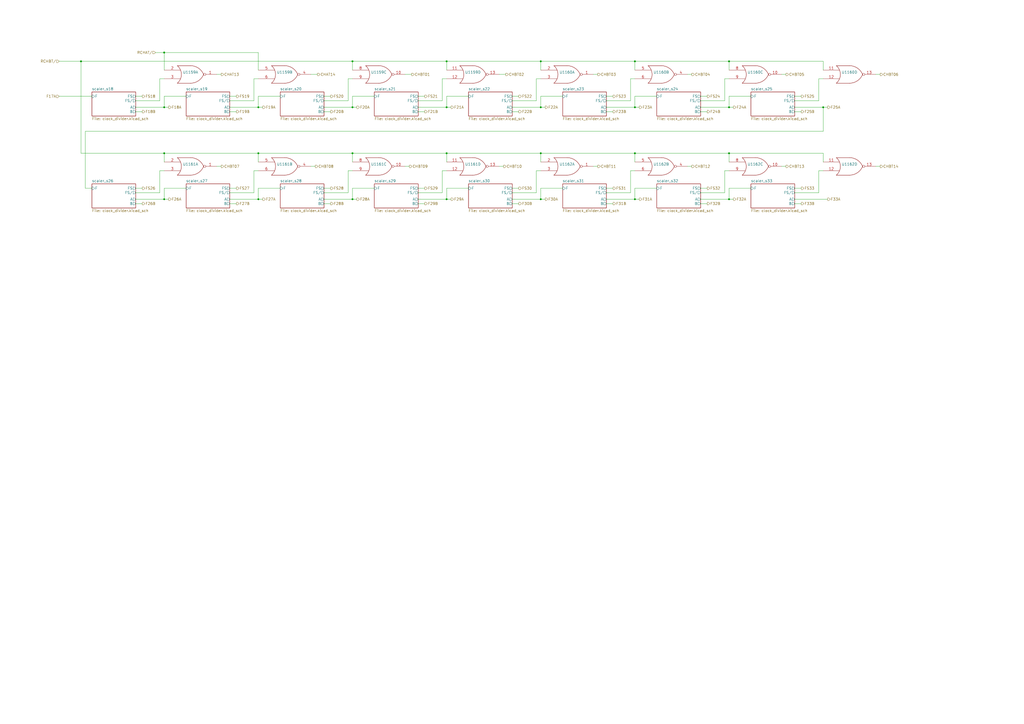
<source format=kicad_sch>
(kicad_sch (version 20211123) (generator eeschema)
  (paper "A2")
  (lib_symbols
    (symbol "agc_kicad_components:74HC02" (pin_names (offset 0.762))
      (property "Reference" "U" (at 0 1.27 0))
      (symbol "74HC02_1_1"
        (arc (start -7.62 -5.08) (mid -5.2708 0) (end -7.62 5.08) (stroke (width 0.2032)))
        (arc (start 0 -5.08) (mid 4.5812 -3.6906) (end 7.62 0) (stroke (width 0.2032)))
        (polyline (pts (xy -7.62 -5.08) (xy 0 -5.08)) (stroke (width 0.2032)))
        (polyline (pts (xy -7.62 5.08) (xy 0 5.08)) (stroke (width 0.2032)))
        (arc (start 7.62 0) (mid 4.5727 3.6819) (end 0 5.08) (stroke (width 0.2032)))
        (pin output inverted (at 15.24 0 180) (length 7.62) (name "~") (number "1"))
        (pin input line (at -15.24 2.54 0) (length 9.398) (name "~") (number "2"))
        (pin input line (at -15.24 -2.54 0) (length 9.398) (name "~") (number "3"))
      )
      (symbol "74HC02_2_1"
        (arc (start -7.62 -5.08) (mid -5.2708 0) (end -7.62 5.08) (stroke (width 0.2032)))
        (arc (start 0 -5.08) (mid 4.5812 -3.6906) (end 7.62 0) (stroke (width 0.2032)))
        (polyline (pts (xy -7.62 -5.08) (xy 0 -5.08)) (stroke (width 0.2032)))
        (polyline (pts (xy -7.62 5.08) (xy 0 5.08)) (stroke (width 0.2032)))
        (arc (start 7.62 0) (mid 4.5727 3.6819) (end 0 5.08) (stroke (width 0.2032)))
        (pin output inverted (at 15.24 0 180) (length 7.62) (name "~") (number "4"))
        (pin input line (at -15.24 2.54 0) (length 9.398) (name "~") (number "5"))
        (pin input line (at -15.24 -2.54 0) (length 9.398) (name "~") (number "6"))
      )
      (symbol "74HC02_3_1"
        (arc (start -7.62 -5.08) (mid -5.2708 0) (end -7.62 5.08) (stroke (width 0.2032)))
        (arc (start 0 -5.08) (mid 4.5812 -3.6906) (end 7.62 0) (stroke (width 0.2032)))
        (polyline (pts (xy -7.62 -5.08) (xy 0 -5.08)) (stroke (width 0.2032)))
        (polyline (pts (xy -7.62 5.08) (xy 0 5.08)) (stroke (width 0.2032)))
        (arc (start 7.62 0) (mid 4.5727 3.6819) (end 0 5.08) (stroke (width 0.2032)))
        (pin output inverted (at 15.24 0 180) (length 7.62) (name "~") (number "10"))
        (pin input line (at -15.24 2.54 0) (length 9.398) (name "~") (number "8"))
        (pin input line (at -15.24 -2.54 0) (length 9.398) (name "~") (number "9"))
      )
      (symbol "74HC02_4_1"
        (arc (start -7.62 -5.08) (mid -5.2708 0) (end -7.62 5.08) (stroke (width 0.2032)))
        (arc (start 0 -5.08) (mid 4.5812 -3.6906) (end 7.62 0) (stroke (width 0.2032)))
        (polyline (pts (xy -7.62 -5.08) (xy 0 -5.08)) (stroke (width 0.2032)))
        (polyline (pts (xy -7.62 5.08) (xy 0 5.08)) (stroke (width 0.2032)))
        (arc (start 7.62 0) (mid 4.5727 3.6819) (end 0 5.08) (stroke (width 0.2032)))
        (pin input line (at -15.24 2.54 0) (length 9.398) (name "~") (number "11"))
        (pin input line (at -15.24 -2.54 0) (length 9.398) (name "~") (number "12"))
        (pin output inverted (at 15.24 0 180) (length 7.62) (name "~") (number "13"))
      )
      (symbol "74HC02_5_0"
        (text "GND" (at 2.54 -3.81 0) (effects (font (size 0.9906 0.9906))))
        (text "VCC" (at 2.54 3.81 0) (effects (font (size 0.9906 0.9906))))
      )
      (symbol "74HC02_5_1"
        (rectangle (start -5.08 2.54) (end 5.08 -2.54))
        (pin power_in line (at 0 6.35 270) (length 3.81) (name "VCC") (number "14"))
        (pin power_in line (at 0 -6.35 90) (length 3.81) (name "GND") (number "7"))
      )
    )
  )
  (junction (at 204.47 35.56))
  (junction (at 368.3 115.57))
  (junction (at 95.25 30.48))
  (junction (at 149.86 88.9))
  (junction (at 313.69 62.23))
  (junction (at 313.69 88.9))
  (junction (at 422.91 35.56))
  (junction (at 368.3 35.56))
  (junction (at 95.25 115.57))
  (junction (at 95.25 62.23))
  (junction (at 422.91 88.9))
  (junction (at 313.69 35.56))
  (junction (at 46.99 35.56))
  (junction (at 259.08 62.23))
  (junction (at 149.86 62.23))
  (junction (at 368.3 88.9))
  (junction (at 259.08 88.9))
  (junction (at 204.47 62.23))
  (junction (at 204.47 115.57))
  (junction (at 477.52 62.23))
  (junction (at 204.47 88.9))
  (junction (at 149.86 115.57))
  (junction (at 259.08 115.57))
  (junction (at 422.91 62.23))
  (junction (at 368.3 62.23))
  (junction (at 422.91 115.57))
  (junction (at 95.25 88.9))
  (junction (at 313.69 115.57))
  (junction (at 259.08 35.56))
  (wire (pts (xy 204.47 62.23) (xy 207.01 62.23)))
  (wire (pts (xy 49.53 76.2) (xy 49.53 109.22)))
  (wire (pts (xy 398.78 96.52) (xy 401.32 96.52)))
  (wire (pts (xy 259.08 62.23) (xy 261.62 62.23)))
  (wire (pts (xy 133.35 55.88) (xy 137.16 55.88)))
  (wire (pts (xy 474.98 58.42) (xy 474.98 45.72)))
  (wire (pts (xy 242.57 58.42) (xy 256.54 58.42)))
  (wire (pts (xy 351.79 55.88) (xy 355.6 55.88)))
  (wire (pts (xy 461.01 118.11) (xy 464.82 118.11)))
  (wire (pts (xy 125.73 43.18) (xy 128.27 43.18)))
  (wire (pts (xy 187.96 115.57) (xy 204.47 115.57)))
  (wire (pts (xy 204.47 109.22) (xy 217.17 109.22)))
  (wire (pts (xy 147.32 58.42) (xy 147.32 45.72)))
  (wire (pts (xy 477.52 88.9) (xy 477.52 93.98)))
  (wire (pts (xy 204.47 115.57) (xy 207.01 115.57)))
  (wire (pts (xy 422.91 62.23) (xy 425.45 62.23)))
  (wire (pts (xy 78.74 55.88) (xy 82.55 55.88)))
  (wire (pts (xy 180.34 43.18) (xy 184.15 43.18)))
  (wire (pts (xy 187.96 55.88) (xy 191.77 55.88)))
  (wire (pts (xy 398.78 43.18) (xy 401.32 43.18)))
  (wire (pts (xy 313.69 35.56) (xy 368.3 35.56)))
  (wire (pts (xy 297.18 115.57) (xy 313.69 115.57)))
  (wire (pts (xy 204.47 88.9) (xy 259.08 88.9)))
  (wire (pts (xy 368.3 35.56) (xy 422.91 35.56)))
  (wire (pts (xy 259.08 62.23) (xy 259.08 55.88)))
  (wire (pts (xy 368.3 115.57) (xy 368.3 109.22)))
  (wire (pts (xy 125.73 96.52) (xy 128.27 96.52)))
  (wire (pts (xy 242.57 111.76) (xy 256.54 111.76)))
  (wire (pts (xy 461.01 109.22) (xy 464.82 109.22)))
  (wire (pts (xy 406.4 62.23) (xy 422.91 62.23)))
  (wire (pts (xy 182.88 96.52) (xy 180.34 96.52)))
  (wire (pts (xy 92.71 99.06) (xy 95.25 99.06)))
  (wire (pts (xy 477.52 62.23) (xy 477.52 76.2)))
  (wire (pts (xy 204.47 62.23) (xy 204.47 55.88)))
  (wire (pts (xy 351.79 111.76) (xy 365.76 111.76)))
  (wire (pts (xy 406.4 109.22) (xy 410.21 109.22)))
  (wire (pts (xy 461.01 64.77) (xy 464.82 64.77)))
  (wire (pts (xy 204.47 40.64) (xy 204.47 35.56)))
  (wire (pts (xy 351.79 58.42) (xy 365.76 58.42)))
  (wire (pts (xy 297.18 111.76) (xy 311.15 111.76)))
  (wire (pts (xy 133.35 58.42) (xy 147.32 58.42)))
  (wire (pts (xy 259.08 35.56) (xy 313.69 35.56)))
  (wire (pts (xy 34.29 55.88) (xy 53.34 55.88)))
  (wire (pts (xy 259.08 40.64) (xy 259.08 35.56)))
  (wire (pts (xy 508 96.52) (xy 510.54 96.52)))
  (wire (pts (xy 368.3 62.23) (xy 368.3 55.88)))
  (wire (pts (xy 406.4 115.57) (xy 422.91 115.57)))
  (wire (pts (xy 95.25 115.57) (xy 95.25 109.22)))
  (wire (pts (xy 474.98 111.76) (xy 474.98 99.06)))
  (wire (pts (xy 406.4 58.42) (xy 420.37 58.42)))
  (wire (pts (xy 78.74 115.57) (xy 95.25 115.57)))
  (wire (pts (xy 234.95 96.52) (xy 237.49 96.52)))
  (wire (pts (xy 147.32 99.06) (xy 149.86 99.06)))
  (wire (pts (xy 242.57 115.57) (xy 259.08 115.57)))
  (wire (pts (xy 149.86 109.22) (xy 162.56 109.22)))
  (wire (pts (xy 461.01 58.42) (xy 474.98 58.42)))
  (wire (pts (xy 406.4 118.11) (xy 410.21 118.11)))
  (wire (pts (xy 234.95 43.18) (xy 238.76 43.18)))
  (wire (pts (xy 297.18 64.77) (xy 300.99 64.77)))
  (wire (pts (xy 149.86 55.88) (xy 162.56 55.88)))
  (wire (pts (xy 187.96 64.77) (xy 191.77 64.77)))
  (wire (pts (xy 344.17 43.18) (xy 346.71 43.18)))
  (wire (pts (xy 368.3 62.23) (xy 370.84 62.23)))
  (wire (pts (xy 204.47 35.56) (xy 259.08 35.56)))
  (wire (pts (xy 474.98 99.06) (xy 477.52 99.06)))
  (wire (pts (xy 149.86 115.57) (xy 149.86 109.22)))
  (wire (pts (xy 78.74 64.77) (xy 82.55 64.77)))
  (wire (pts (xy 313.69 62.23) (xy 316.23 62.23)))
  (wire (pts (xy 133.35 109.22) (xy 137.16 109.22)))
  (wire (pts (xy 78.74 109.22) (xy 82.55 109.22)))
  (wire (pts (xy 422.91 35.56) (xy 477.52 35.56)))
  (wire (pts (xy 313.69 62.23) (xy 313.69 55.88)))
  (wire (pts (xy 365.76 99.06) (xy 368.3 99.06)))
  (wire (pts (xy 313.69 115.57) (xy 316.23 115.57)))
  (wire (pts (xy 256.54 111.76) (xy 256.54 99.06)))
  (wire (pts (xy 259.08 55.88) (xy 271.78 55.88)))
  (wire (pts (xy 477.52 62.23) (xy 480.06 62.23)))
  (wire (pts (xy 313.69 35.56) (xy 313.69 40.64)))
  (wire (pts (xy 422.91 55.88) (xy 435.61 55.88)))
  (wire (pts (xy 461.01 62.23) (xy 477.52 62.23)))
  (wire (pts (xy 368.3 109.22) (xy 381 109.22)))
  (wire (pts (xy 477.52 35.56) (xy 477.52 40.64)))
  (wire (pts (xy 259.08 115.57) (xy 261.62 115.57)))
  (wire (pts (xy 453.39 43.18) (xy 455.93 43.18)))
  (wire (pts (xy 406.4 55.88) (xy 410.21 55.88)))
  (wire (pts (xy 368.3 88.9) (xy 368.3 93.98)))
  (wire (pts (xy 474.98 45.72) (xy 477.52 45.72)))
  (wire (pts (xy 510.54 43.18) (xy 508 43.18)))
  (wire (pts (xy 297.18 58.42) (xy 311.15 58.42)))
  (wire (pts (xy 259.08 115.57) (xy 259.08 109.22)))
  (wire (pts (xy 368.3 115.57) (xy 370.84 115.57)))
  (wire (pts (xy 204.47 55.88) (xy 217.17 55.88)))
  (wire (pts (xy 92.71 111.76) (xy 92.71 99.06)))
  (wire (pts (xy 204.47 115.57) (xy 204.47 109.22)))
  (wire (pts (xy 133.35 115.57) (xy 149.86 115.57)))
  (wire (pts (xy 34.29 35.56) (xy 46.99 35.56)))
  (wire (pts (xy 351.79 109.22) (xy 355.6 109.22)))
  (wire (pts (xy 201.93 111.76) (xy 201.93 99.06)))
  (wire (pts (xy 78.74 111.76) (xy 92.71 111.76)))
  (wire (pts (xy 420.37 58.42) (xy 420.37 45.72)))
  (wire (pts (xy 422.91 35.56) (xy 422.91 40.64)))
  (wire (pts (xy 313.69 88.9) (xy 368.3 88.9)))
  (wire (pts (xy 422.91 88.9) (xy 477.52 88.9)))
  (wire (pts (xy 242.57 55.88) (xy 246.38 55.88)))
  (wire (pts (xy 242.57 118.11) (xy 246.38 118.11)))
  (wire (pts (xy 461.01 115.57) (xy 480.06 115.57)))
  (wire (pts (xy 95.25 115.57) (xy 97.79 115.57)))
  (wire (pts (xy 95.25 88.9) (xy 95.25 93.98)))
  (wire (pts (xy 420.37 45.72) (xy 422.91 45.72)))
  (wire (pts (xy 297.18 62.23) (xy 313.69 62.23)))
  (wire (pts (xy 351.79 64.77) (xy 355.6 64.77)))
  (wire (pts (xy 242.57 64.77) (xy 246.38 64.77)))
  (wire (pts (xy 133.35 64.77) (xy 137.16 64.77)))
  (wire (pts (xy 46.99 35.56) (xy 204.47 35.56)))
  (wire (pts (xy 95.25 109.22) (xy 107.95 109.22)))
  (wire (pts (xy 256.54 58.42) (xy 256.54 45.72)))
  (wire (pts (xy 422.91 109.22) (xy 435.61 109.22)))
  (wire (pts (xy 187.96 62.23) (xy 204.47 62.23)))
  (wire (pts (xy 311.15 111.76) (xy 311.15 99.06)))
  (wire (pts (xy 149.86 62.23) (xy 152.4 62.23)))
  (wire (pts (xy 422.91 115.57) (xy 425.45 115.57)))
  (wire (pts (xy 313.69 109.22) (xy 326.39 109.22)))
  (wire (pts (xy 259.08 109.22) (xy 271.78 109.22)))
  (wire (pts (xy 201.93 58.42) (xy 201.93 45.72)))
  (wire (pts (xy 311.15 45.72) (xy 313.69 45.72)))
  (wire (pts (xy 368.3 35.56) (xy 368.3 40.64)))
  (wire (pts (xy 78.74 58.42) (xy 92.71 58.42)))
  (wire (pts (xy 344.17 96.52) (xy 346.71 96.52)))
  (wire (pts (xy 201.93 99.06) (xy 204.47 99.06)))
  (wire (pts (xy 149.86 30.48) (xy 149.86 40.64)))
  (wire (pts (xy 422.91 88.9) (xy 422.91 93.98)))
  (wire (pts (xy 78.74 62.23) (xy 95.25 62.23)))
  (wire (pts (xy 149.86 88.9) (xy 149.86 93.98)))
  (wire (pts (xy 259.08 88.9) (xy 313.69 88.9)))
  (wire (pts (xy 313.69 55.88) (xy 326.39 55.88)))
  (wire (pts (xy 187.96 109.22) (xy 191.77 109.22)))
  (wire (pts (xy 147.32 45.72) (xy 149.86 45.72)))
  (wire (pts (xy 242.57 109.22) (xy 246.38 109.22)))
  (wire (pts (xy 92.71 58.42) (xy 92.71 45.72)))
  (wire (pts (xy 201.93 45.72) (xy 204.47 45.72)))
  (wire (pts (xy 242.57 62.23) (xy 259.08 62.23)))
  (wire (pts (xy 133.35 118.11) (xy 137.16 118.11)))
  (wire (pts (xy 289.56 43.18) (xy 293.37 43.18)))
  (wire (pts (xy 78.74 118.11) (xy 82.55 118.11)))
  (wire (pts (xy 147.32 111.76) (xy 147.32 99.06)))
  (wire (pts (xy 368.3 55.88) (xy 381 55.88)))
  (wire (pts (xy 256.54 99.06) (xy 259.08 99.06)))
  (wire (pts (xy 420.37 111.76) (xy 420.37 99.06)))
  (wire (pts (xy 95.25 55.88) (xy 107.95 55.88)))
  (wire (pts (xy 365.76 111.76) (xy 365.76 99.06)))
  (wire (pts (xy 368.3 88.9) (xy 422.91 88.9)))
  (wire (pts (xy 95.25 30.48) (xy 149.86 30.48)))
  (wire (pts (xy 406.4 64.77) (xy 410.21 64.77)))
  (wire (pts (xy 204.47 88.9) (xy 204.47 93.98)))
  (wire (pts (xy 187.96 58.42) (xy 201.93 58.42)))
  (wire (pts (xy 351.79 62.23) (xy 368.3 62.23)))
  (wire (pts (xy 477.52 76.2) (xy 49.53 76.2)))
  (wire (pts (xy 95.25 62.23) (xy 95.25 55.88)))
  (wire (pts (xy 365.76 45.72) (xy 368.3 45.72)))
  (wire (pts (xy 351.79 118.11) (xy 355.6 118.11)))
  (wire (pts (xy 46.99 88.9) (xy 95.25 88.9)))
  (wire (pts (xy 90.17 30.48) (xy 95.25 30.48)))
  (wire (pts (xy 313.69 115.57) (xy 313.69 109.22)))
  (wire (pts (xy 351.79 115.57) (xy 368.3 115.57)))
  (wire (pts (xy 406.4 111.76) (xy 420.37 111.76)))
  (wire (pts (xy 422.91 115.57) (xy 422.91 109.22)))
  (wire (pts (xy 365.76 58.42) (xy 365.76 45.72)))
  (wire (pts (xy 187.96 111.76) (xy 201.93 111.76)))
  (wire (pts (xy 311.15 99.06) (xy 313.69 99.06)))
  (wire (pts (xy 259.08 88.9) (xy 259.08 93.98)))
  (wire (pts (xy 297.18 118.11) (xy 300.99 118.11)))
  (wire (pts (xy 46.99 35.56) (xy 46.99 88.9)))
  (wire (pts (xy 422.91 62.23) (xy 422.91 55.88)))
  (wire (pts (xy 461.01 111.76) (xy 474.98 111.76)))
  (wire (pts (xy 49.53 109.22) (xy 53.34 109.22)))
  (wire (pts (xy 297.18 55.88) (xy 300.99 55.88)))
  (wire (pts (xy 297.18 109.22) (xy 300.99 109.22)))
  (wire (pts (xy 92.71 45.72) (xy 95.25 45.72)))
  (wire (pts (xy 313.69 88.9) (xy 313.69 93.98)))
  (wire (pts (xy 149.86 115.57) (xy 152.4 115.57)))
  (wire (pts (xy 461.01 55.88) (xy 464.82 55.88)))
  (wire (pts (xy 133.35 111.76) (xy 147.32 111.76)))
  (wire (pts (xy 420.37 99.06) (xy 422.91 99.06)))
  (wire (pts (xy 133.35 62.23) (xy 149.86 62.23)))
  (wire (pts (xy 311.15 58.42) (xy 311.15 45.72)))
  (wire (pts (xy 453.39 96.52) (xy 455.93 96.52)))
  (wire (pts (xy 149.86 62.23) (xy 149.86 55.88)))
  (wire (pts (xy 95.25 62.23) (xy 97.79 62.23)))
  (wire (pts (xy 187.96 118.11) (xy 191.77 118.11)))
  (wire (pts (xy 95.25 88.9) (xy 149.86 88.9)))
  (wire (pts (xy 289.56 96.52) (xy 292.1 96.52)))
  (wire (pts (xy 95.25 30.48) (xy 95.25 40.64)))
  (wire (pts (xy 149.86 88.9) (xy 204.47 88.9)))
  (wire (pts (xy 256.54 45.72) (xy 259.08 45.72)))
  (hierarchical_label "F28B" (shape output) (at 191.77 118.11 0) (effects (font (size 1.524 1.524))))
  (hierarchical_label "F24B" (shape output) (at 410.21 64.77 0) (effects (font (size 1.524 1.524))))
  (hierarchical_label "F29B" (shape output) (at 246.38 118.11 0) (effects (font (size 1.524 1.524))))
  (hierarchical_label "FS31" (shape output) (at 355.6 109.22 0) (effects (font (size 1.524 1.524))))
  (hierarchical_label "CHBT14" (shape output) (at 510.54 96.52 0) (effects (font (size 1.524 1.524))))
  (hierarchical_label "F23B" (shape output) (at 355.6 64.77 0) (effects (font (size 1.524 1.524))))
  (hierarchical_label "F17A" (shape input) (at 34.29 55.88 180) (effects (font (size 1.524 1.524))))
  (hierarchical_label "FS32" (shape output) (at 410.21 109.22 0) (effects (font (size 1.524 1.524))))
  (hierarchical_label "F28A" (shape output) (at 207.01 115.57 0) (effects (font (size 1.524 1.524))))
  (hierarchical_label "F22A" (shape output) (at 316.23 62.23 0) (effects (font (size 1.524 1.524))))
  (hierarchical_label "FS23" (shape output) (at 355.6 55.88 0) (effects (font (size 1.524 1.524))))
  (hierarchical_label "F26B" (shape output) (at 82.55 118.11 0) (effects (font (size 1.524 1.524))))
  (hierarchical_label "CHBT03" (shape output) (at 346.71 43.18 0) (effects (font (size 1.524 1.524))))
  (hierarchical_label "FS21" (shape output) (at 246.38 55.88 0) (effects (font (size 1.524 1.524))))
  (hierarchical_label "CHAT14" (shape output) (at 184.15 43.18 0) (effects (font (size 1.524 1.524))))
  (hierarchical_label "F20A" (shape output) (at 207.01 62.23 0) (effects (font (size 1.524 1.524))))
  (hierarchical_label "CHBT08" (shape output) (at 182.88 96.52 0) (effects (font (size 1.524 1.524))))
  (hierarchical_label "FS26" (shape output) (at 82.55 109.22 0) (effects (font (size 1.524 1.524))))
  (hierarchical_label "F18B" (shape output) (at 82.55 64.77 0) (effects (font (size 1.524 1.524))))
  (hierarchical_label "CHBT09" (shape output) (at 237.49 96.52 0) (effects (font (size 1.524 1.524))))
  (hierarchical_label "CHBT02" (shape output) (at 293.37 43.18 0) (effects (font (size 1.524 1.524))))
  (hierarchical_label "FS30" (shape output) (at 300.99 109.22 0) (effects (font (size 1.524 1.524))))
  (hierarchical_label "F27B" (shape output) (at 137.16 118.11 0) (effects (font (size 1.524 1.524))))
  (hierarchical_label "CHBT13" (shape output) (at 455.93 96.52 0) (effects (font (size 1.524 1.524))))
  (hierarchical_label "CHBT11" (shape output) (at 346.71 96.52 0) (effects (font (size 1.524 1.524))))
  (hierarchical_label "F19A" (shape output) (at 152.4 62.23 0) (effects (font (size 1.524 1.524))))
  (hierarchical_label "FS18" (shape output) (at 82.55 55.88 0) (effects (font (size 1.524 1.524))))
  (hierarchical_label "FS27" (shape output) (at 137.16 109.22 0) (effects (font (size 1.524 1.524))))
  (hierarchical_label "CHBT06" (shape output) (at 510.54 43.18 0) (effects (font (size 1.524 1.524))))
  (hierarchical_label "F21A" (shape output) (at 261.62 62.23 0) (effects (font (size 1.524 1.524))))
  (hierarchical_label "CHBT01" (shape output) (at 238.76 43.18 0) (effects (font (size 1.524 1.524))))
  (hierarchical_label "RCHBT/" (shape input) (at 34.29 35.56 180) (effects (font (size 1.524 1.524))))
  (hierarchical_label "CHBT12" (shape output) (at 401.32 96.52 0) (effects (font (size 1.524 1.524))))
  (hierarchical_label "F23A" (shape output) (at 370.84 62.23 0) (effects (font (size 1.524 1.524))))
  (hierarchical_label "F26A" (shape output) (at 97.79 115.57 0) (effects (font (size 1.524 1.524))))
  (hierarchical_label "CHBT10" (shape output) (at 292.1 96.52 0) (effects (font (size 1.524 1.524))))
  (hierarchical_label "FS33" (shape output) (at 464.82 109.22 0) (effects (font (size 1.524 1.524))))
  (hierarchical_label "F32B" (shape output) (at 410.21 118.11 0) (effects (font (size 1.524 1.524))))
  (hierarchical_label "FS22" (shape output) (at 300.99 55.88 0) (effects (font (size 1.524 1.524))))
  (hierarchical_label "F30A" (shape output) (at 316.23 115.57 0) (effects (font (size 1.524 1.524))))
  (hierarchical_label "F19B" (shape output) (at 137.16 64.77 0) (effects (font (size 1.524 1.524))))
  (hierarchical_label "RCHAT/" (shape input) (at 90.17 30.48 180) (effects (font (size 1.524 1.524))))
  (hierarchical_label "F30B" (shape output) (at 300.99 118.11 0) (effects (font (size 1.524 1.524))))
  (hierarchical_label "CHBT05" (shape output) (at 455.93 43.18 0) (effects (font (size 1.524 1.524))))
  (hierarchical_label "F24A" (shape output) (at 425.45 62.23 0) (effects (font (size 1.524 1.524))))
  (hierarchical_label "F29A" (shape output) (at 261.62 115.57 0) (effects (font (size 1.524 1.524))))
  (hierarchical_label "F33B" (shape output) (at 464.82 118.11 0) (effects (font (size 1.524 1.524))))
  (hierarchical_label "F22B" (shape output) (at 300.99 64.77 0) (effects (font (size 1.524 1.524))))
  (hierarchical_label "CHBT07" (shape output) (at 128.27 96.52 0) (effects (font (size 1.524 1.524))))
  (hierarchical_label "FS25" (shape output) (at 464.82 55.88 0) (effects (font (size 1.524 1.524))))
  (hierarchical_label "CHBT04" (shape output) (at 401.32 43.18 0) (effects (font (size 1.524 1.524))))
  (hierarchical_label "F27A" (shape output) (at 152.4 115.57 0) (effects (font (size 1.524 1.524))))
  (hierarchical_label "CHAT13" (shape output) (at 128.27 43.18 0) (effects (font (size 1.524 1.524))))
  (hierarchical_label "F31B" (shape output) (at 355.6 118.11 0) (effects (font (size 1.524 1.524))))
  (hierarchical_label "FS20" (shape output) (at 191.77 55.88 0) (effects (font (size 1.524 1.524))))
  (hierarchical_label "F31A" (shape output) (at 370.84 115.57 0) (effects (font (size 1.524 1.524))))
  (hierarchical_label "F20B" (shape output) (at 191.77 64.77 0) (effects (font (size 1.524 1.524))))
  (hierarchical_label "F21B" (shape output) (at 246.38 64.77 0) (effects (font (size 1.524 1.524))))
  (hierarchical_label "FS24" (shape output) (at 410.21 55.88 0) (effects (font (size 1.524 1.524))))
  (hierarchical_label "FS19" (shape output) (at 137.16 55.88 0) (effects (font (size 1.524 1.524))))
  (hierarchical_label "FS29" (shape output) (at 246.38 109.22 0) (effects (font (size 1.524 1.524))))
  (hierarchical_label "F25B" (shape output) (at 464.82 64.77 0) (effects (font (size 1.524 1.524))))
  (hierarchical_label "F18A" (shape output) (at 97.79 62.23 0) (effects (font (size 1.524 1.524))))
  (hierarchical_label "F25A" (shape output) (at 480.06 62.23 0) (effects (font (size 1.524 1.524))))
  (hierarchical_label "FS28" (shape output) (at 191.77 109.22 0) (effects (font (size 1.524 1.524))))
  (hierarchical_label "F33A" (shape output) (at 480.06 115.57 0) (effects (font (size 1.524 1.524))))
  (hierarchical_label "F32A" (shape output) (at 425.45 115.57 0) (effects (font (size 1.524 1.524))))
  (symbol (lib_id "agc_kicad_components:74HC02") (at 328.93 43.18 0) (unit 1)
    (property "Reference" "U1160" (at 328.93 41.91 0) (effects (font (size 1.524 1.524))))
    (property "Value" "74HC02" (effects hide))
  )
  (symbol (lib_id "agc_kicad_components:74HC02") (at 383.54 43.18 0) (unit 2)
    (property "Reference" "U1160" (at 383.54 41.91 0) (effects (font (size 1.524 1.524))))
    (property "Value" "74HC02" (effects hide))
  )
  (symbol (lib_id "agc_kicad_components:74HC02") (at 438.15 43.18 0) (unit 3)
    (property "Reference" "U1160" (at 438.15 41.91 0) (effects (font (size 1.524 1.524))))
    (property "Value" "74HC02" (effects hide))
  )
  (symbol (lib_id "agc_kicad_components:74HC02") (at 492.76 43.18 0) (unit 4)
    (property "Reference" "U1160" (at 492.76 41.91 0) (effects (font (size 1.524 1.524))))
    (property "Value" "74HC02" (effects hide))
  )
  (symbol (lib_id "agc_kicad_components:74HC02") (at 110.49 96.52 0) (unit 1)
    (property "Reference" "U1161" (at 110.49 95.25 0) (effects (font (size 1.524 1.524))))
    (property "Value" "74HC02" (effects hide))
  )
  (symbol (lib_id "agc_kicad_components:74HC02") (at 165.1 96.52 0) (unit 2)
    (property "Reference" "U1161" (at 165.1 95.25 0) (effects (font (size 1.524 1.524))))
    (property "Value" "74HC02" (effects hide))
  )
  (symbol (lib_id "agc_kicad_components:74HC02") (at 219.71 96.52 0) (unit 3)
    (property "Reference" "U1161" (at 219.71 95.25 0) (effects (font (size 1.524 1.524))))
    (property "Value" "74HC02" (effects hide))
  )
  (symbol (lib_id "agc_kicad_components:74HC02") (at 274.32 96.52 0) (unit 4)
    (property "Reference" "U1161" (at 274.32 95.25 0) (effects (font (size 1.524 1.524))))
    (property "Value" "74HC02" (effects hide))
  )
  (symbol (lib_id "agc_kicad_components:74HC02") (at 328.93 96.52 0) (unit 1)
    (property "Reference" "U1162" (at 328.93 95.25 0) (effects (font (size 1.524 1.524))))
    (property "Value" "74HC02" (effects hide))
  )
  (symbol (lib_id "agc_kicad_components:74HC02") (at 383.54 96.52 0) (unit 2)
    (property "Reference" "U1162" (at 383.54 95.25 0) (effects (font (size 1.524 1.524))))
    (property "Value" "74HC02" (effects hide))
  )
  (symbol (lib_id "agc_kicad_components:74HC02") (at 438.15 96.52 0) (unit 3)
    (property "Reference" "U1162" (at 438.15 95.25 0) (effects (font (size 1.524 1.524))))
    (property "Value" "74HC02" (effects hide))
  )
  (symbol (lib_id "agc_kicad_components:74HC02") (at 492.76 96.52 0) (unit 4)
    (property "Reference" "U1162" (at 492.76 95.25 0) (effects (font (size 1.524 1.524))))
    (property "Value" "74HC02" (effects hide))
  )
  (symbol (lib_id "agc_kicad_components:74HC02") (at 110.49 43.18 0) (unit 1)
    (property "Reference" "U1159" (at 110.49 41.91 0) (effects (font (size 1.524 1.524))))
    (property "Value" "74HC02" (effects hide))
  )
  (symbol (lib_id "agc_kicad_components:74HC02") (at 165.1 43.18 0) (unit 2)
    (property "Reference" "U1159" (at 165.1 41.91 0) (effects (font (size 1.524 1.524))))
    (property "Value" "74HC02" (effects hide))
  )
  (symbol (lib_id "agc_kicad_components:74HC02") (at 219.71 43.18 0) (unit 3)
    (property "Reference" "U1159" (at 219.71 41.91 0) (effects (font (size 1.524 1.524))))
    (property "Value" "74HC02" (effects hide))
  )
  (symbol (lib_id "agc_kicad_components:74HC02") (at 274.32 43.18 0) (unit 4)
    (property "Reference" "U1159" (at 274.32 41.91 0) (effects (font (size 1.524 1.524))))
    (property "Value" "74HC02" (effects hide))
  )
  (sheet (at 53.34 53.34) (size 25.4 13.97)
    (property "Sheet name" "scaler_s18" (at 53.34 52.5014 0) (effects (font (size 1.524 1.524)) (justify left bottom)))
    (property "Sheet file" "clock_divider.kicad_sch" (at 53.34 67.9962 0) (effects (font (size 1.524 1.524)) (justify left top)))
    (pin "F" input (at 53.34 55.88 180) (effects (font (size 1.524 1.524))))
    (pin "FS" output (at 78.74 55.88 0) (effects (font (size 1.524 1.524))))
    (pin "FS/" output (at 78.74 58.42 0) (effects (font (size 1.524 1.524))))
    (pin "A" output (at 78.74 62.23 0) (effects (font (size 1.524 1.524))))
    (pin "B" output (at 78.74 64.77 0) (effects (font (size 1.524 1.524))))
  )
  (sheet (at 107.95 53.34) (size 25.4 13.97)
    (property "Sheet name" "scaler_s19" (at 107.95 52.5014 0) (effects (font (size 1.524 1.524)) (justify left bottom)))
    (property "Sheet file" "clock_divider.kicad_sch" (at 107.95 67.9962 0) (effects (font (size 1.524 1.524)) (justify left top)))
    (pin "F" input (at 107.95 55.88 180) (effects (font (size 1.524 1.524))))
    (pin "FS" output (at 133.35 55.88 0) (effects (font (size 1.524 1.524))))
    (pin "FS/" output (at 133.35 58.42 0) (effects (font (size 1.524 1.524))))
    (pin "A" output (at 133.35 62.23 0) (effects (font (size 1.524 1.524))))
    (pin "B" output (at 133.35 64.77 0) (effects (font (size 1.524 1.524))))
  )
  (sheet (at 162.56 53.34) (size 25.4 13.97)
    (property "Sheet name" "scaler_s20" (at 162.56 52.5014 0) (effects (font (size 1.524 1.524)) (justify left bottom)))
    (property "Sheet file" "clock_divider.kicad_sch" (at 162.56 67.9962 0) (effects (font (size 1.524 1.524)) (justify left top)))
    (pin "F" input (at 162.56 55.88 180) (effects (font (size 1.524 1.524))))
    (pin "FS" output (at 187.96 55.88 0) (effects (font (size 1.524 1.524))))
    (pin "FS/" output (at 187.96 58.42 0) (effects (font (size 1.524 1.524))))
    (pin "A" output (at 187.96 62.23 0) (effects (font (size 1.524 1.524))))
    (pin "B" output (at 187.96 64.77 0) (effects (font (size 1.524 1.524))))
  )
  (sheet (at 217.17 53.34) (size 25.4 13.97)
    (property "Sheet name" "scaler_s21" (at 217.17 52.5014 0) (effects (font (size 1.524 1.524)) (justify left bottom)))
    (property "Sheet file" "clock_divider.kicad_sch" (at 217.17 67.9962 0) (effects (font (size 1.524 1.524)) (justify left top)))
    (pin "F" input (at 217.17 55.88 180) (effects (font (size 1.524 1.524))))
    (pin "FS" output (at 242.57 55.88 0) (effects (font (size 1.524 1.524))))
    (pin "FS/" output (at 242.57 58.42 0) (effects (font (size 1.524 1.524))))
    (pin "A" output (at 242.57 62.23 0) (effects (font (size 1.524 1.524))))
    (pin "B" output (at 242.57 64.77 0) (effects (font (size 1.524 1.524))))
  )
  (sheet (at 271.78 53.34) (size 25.4 13.97)
    (property "Sheet name" "scaler_s22" (at 271.78 52.5014 0) (effects (font (size 1.524 1.524)) (justify left bottom)))
    (property "Sheet file" "clock_divider.kicad_sch" (at 271.78 67.9962 0) (effects (font (size 1.524 1.524)) (justify left top)))
    (pin "F" input (at 271.78 55.88 180) (effects (font (size 1.524 1.524))))
    (pin "FS" output (at 297.18 55.88 0) (effects (font (size 1.524 1.524))))
    (pin "FS/" output (at 297.18 58.42 0) (effects (font (size 1.524 1.524))))
    (pin "A" output (at 297.18 62.23 0) (effects (font (size 1.524 1.524))))
    (pin "B" output (at 297.18 64.77 0) (effects (font (size 1.524 1.524))))
  )
  (sheet (at 326.39 53.34) (size 25.4 13.97)
    (property "Sheet name" "scaler_s23" (at 326.39 52.5014 0) (effects (font (size 1.524 1.524)) (justify left bottom)))
    (property "Sheet file" "clock_divider.kicad_sch" (at 326.39 67.9962 0) (effects (font (size 1.524 1.524)) (justify left top)))
    (pin "F" input (at 326.39 55.88 180) (effects (font (size 1.524 1.524))))
    (pin "FS" output (at 351.79 55.88 0) (effects (font (size 1.524 1.524))))
    (pin "FS/" output (at 351.79 58.42 0) (effects (font (size 1.524 1.524))))
    (pin "A" output (at 351.79 62.23 0) (effects (font (size 1.524 1.524))))
    (pin "B" output (at 351.79 64.77 0) (effects (font (size 1.524 1.524))))
  )
  (sheet (at 381 53.34) (size 25.4 13.97)
    (property "Sheet name" "scaler_s24" (at 381 52.5014 0) (effects (font (size 1.524 1.524)) (justify left bottom)))
    (property "Sheet file" "clock_divider.kicad_sch" (at 381 67.9962 0) (effects (font (size 1.524 1.524)) (justify left top)))
    (pin "F" input (at 381 55.88 180) (effects (font (size 1.524 1.524))))
    (pin "FS" output (at 406.4 55.88 0) (effects (font (size 1.524 1.524))))
    (pin "FS/" output (at 406.4 58.42 0) (effects (font (size 1.524 1.524))))
    (pin "A" output (at 406.4 62.23 0) (effects (font (size 1.524 1.524))))
    (pin "B" output (at 406.4 64.77 0) (effects (font (size 1.524 1.524))))
  )
  (sheet (at 435.61 53.34) (size 25.4 13.97)
    (property "Sheet name" "scaler_s25" (at 435.61 52.5014 0) (effects (font (size 1.524 1.524)) (justify left bottom)))
    (property "Sheet file" "clock_divider.kicad_sch" (at 435.61 67.9962 0) (effects (font (size 1.524 1.524)) (justify left top)))
    (pin "F" input (at 435.61 55.88 180) (effects (font (size 1.524 1.524))))
    (pin "FS" output (at 461.01 55.88 0) (effects (font (size 1.524 1.524))))
    (pin "FS/" output (at 461.01 58.42 0) (effects (font (size 1.524 1.524))))
    (pin "A" output (at 461.01 62.23 0) (effects (font (size 1.524 1.524))))
    (pin "B" output (at 461.01 64.77 0) (effects (font (size 1.524 1.524))))
  )
  (sheet (at 53.34 106.68) (size 25.4 13.97)
    (property "Sheet name" "scaler_s26" (at 53.34 105.8414 0) (effects (font (size 1.524 1.524)) (justify left bottom)))
    (property "Sheet file" "clock_divider.kicad_sch" (at 53.34 121.3362 0) (effects (font (size 1.524 1.524)) (justify left top)))
    (pin "F" input (at 53.34 109.22 180) (effects (font (size 1.524 1.524))))
    (pin "FS" output (at 78.74 109.22 0) (effects (font (size 1.524 1.524))))
    (pin "FS/" output (at 78.74 111.76 0) (effects (font (size 1.524 1.524))))
    (pin "A" output (at 78.74 115.57 0) (effects (font (size 1.524 1.524))))
    (pin "B" output (at 78.74 118.11 0) (effects (font (size 1.524 1.524))))
  )
  (sheet (at 107.95 106.68) (size 25.4 13.97)
    (property "Sheet name" "scaler_s27" (at 107.95 105.8414 0) (effects (font (size 1.524 1.524)) (justify left bottom)))
    (property "Sheet file" "clock_divider.kicad_sch" (at 107.95 121.3362 0) (effects (font (size 1.524 1.524)) (justify left top)))
    (pin "F" input (at 107.95 109.22 180) (effects (font (size 1.524 1.524))))
    (pin "FS" output (at 133.35 109.22 0) (effects (font (size 1.524 1.524))))
    (pin "FS/" output (at 133.35 111.76 0) (effects (font (size 1.524 1.524))))
    (pin "A" output (at 133.35 115.57 0) (effects (font (size 1.524 1.524))))
    (pin "B" output (at 133.35 118.11 0) (effects (font (size 1.524 1.524))))
  )
  (sheet (at 162.56 106.68) (size 25.4 13.97)
    (property "Sheet name" "scaler_s28" (at 162.56 105.8414 0) (effects (font (size 1.524 1.524)) (justify left bottom)))
    (property "Sheet file" "clock_divider.kicad_sch" (at 162.56 121.3362 0) (effects (font (size 1.524 1.524)) (justify left top)))
    (pin "F" input (at 162.56 109.22 180) (effects (font (size 1.524 1.524))))
    (pin "FS" output (at 187.96 109.22 0) (effects (font (size 1.524 1.524))))
    (pin "FS/" output (at 187.96 111.76 0) (effects (font (size 1.524 1.524))))
    (pin "A" output (at 187.96 115.57 0) (effects (font (size 1.524 1.524))))
    (pin "B" output (at 187.96 118.11 0) (effects (font (size 1.524 1.524))))
  )
  (sheet (at 217.17 106.68) (size 25.4 13.97)
    (property "Sheet name" "scaler_s29" (at 217.17 105.8414 0) (effects (font (size 1.524 1.524)) (justify left bottom)))
    (property "Sheet file" "clock_divider.kicad_sch" (at 217.17 121.3362 0) (effects (font (size 1.524 1.524)) (justify left top)))
    (pin "F" input (at 217.17 109.22 180) (effects (font (size 1.524 1.524))))
    (pin "FS" output (at 242.57 109.22 0) (effects (font (size 1.524 1.524))))
    (pin "FS/" output (at 242.57 111.76 0) (effects (font (size 1.524 1.524))))
    (pin "A" output (at 242.57 115.57 0) (effects (font (size 1.524 1.524))))
    (pin "B" output (at 242.57 118.11 0) (effects (font (size 1.524 1.524))))
  )
  (sheet (at 271.78 106.68) (size 25.4 13.97)
    (property "Sheet name" "scaler_s30" (at 271.78 105.8414 0) (effects (font (size 1.524 1.524)) (justify left bottom)))
    (property "Sheet file" "clock_divider.kicad_sch" (at 271.78 121.3362 0) (effects (font (size 1.524 1.524)) (justify left top)))
    (pin "F" input (at 271.78 109.22 180) (effects (font (size 1.524 1.524))))
    (pin "FS" output (at 297.18 109.22 0) (effects (font (size 1.524 1.524))))
    (pin "FS/" output (at 297.18 111.76 0) (effects (font (size 1.524 1.524))))
    (pin "A" output (at 297.18 115.57 0) (effects (font (size 1.524 1.524))))
    (pin "B" output (at 297.18 118.11 0) (effects (font (size 1.524 1.524))))
  )
  (sheet (at 326.39 106.68) (size 25.4 13.97)
    (property "Sheet name" "scaler_s31" (at 326.39 105.8414 0) (effects (font (size 1.524 1.524)) (justify left bottom)))
    (property "Sheet file" "clock_divider.kicad_sch" (at 326.39 121.3362 0) (effects (font (size 1.524 1.524)) (justify left top)))
    (pin "F" input (at 326.39 109.22 180) (effects (font (size 1.524 1.524))))
    (pin "FS" output (at 351.79 109.22 0) (effects (font (size 1.524 1.524))))
    (pin "FS/" output (at 351.79 111.76 0) (effects (font (size 1.524 1.524))))
    (pin "A" output (at 351.79 115.57 0) (effects (font (size 1.524 1.524))))
    (pin "B" output (at 351.79 118.11 0) (effects (font (size 1.524 1.524))))
  )
  (sheet (at 381 106.68) (size 25.4 13.97)
    (property "Sheet name" "scaler_s32" (at 381 105.8414 0) (effects (font (size 1.524 1.524)) (justify left bottom)))
    (property "Sheet file" "clock_divider.kicad_sch" (at 381 121.3362 0) (effects (font (size 1.524 1.524)) (justify left top)))
    (pin "F" input (at 381 109.22 180) (effects (font (size 1.524 1.524))))
    (pin "FS" output (at 406.4 109.22 0) (effects (font (size 1.524 1.524))))
    (pin "FS/" output (at 406.4 111.76 0) (effects (font (size 1.524 1.524))))
    (pin "A" output (at 406.4 115.57 0) (effects (font (size 1.524 1.524))))
    (pin "B" output (at 406.4 118.11 0) (effects (font (size 1.524 1.524))))
  )
  (sheet (at 435.61 106.68) (size 25.4 13.97)
    (property "Sheet name" "scaler_s33" (at 435.61 105.8414 0) (effects (font (size 1.524 1.524)) (justify left bottom)))
    (property "Sheet file" "clock_divider.kicad_sch" (at 435.61 121.3362 0) (effects (font (size 1.524 1.524)) (justify left top)))
    (pin "F" input (at 435.61 109.22 180) (effects (font (size 1.524 1.524))))
    (pin "FS" output (at 461.01 109.22 0) (effects (font (size 1.524 1.524))))
    (pin "FS/" output (at 461.01 111.76 0) (effects (font (size 1.524 1.524))))
    (pin "A" output (at 461.01 115.57 0) (effects (font (size 1.524 1.524))))
    (pin "B" output (at 461.01 118.11 0) (effects (font (size 1.524 1.524))))
  )
)
</source>
